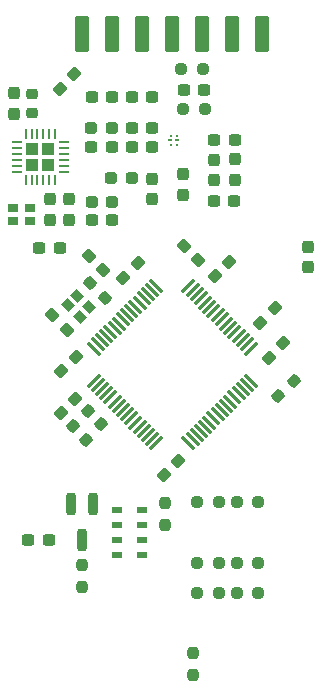
<source format=gbr>
%TF.GenerationSoftware,KiCad,Pcbnew,9.0.2*%
%TF.CreationDate,2025-05-21T13:46:10-05:00*%
%TF.ProjectId,Flight Computer v3,466c6967-6874-4204-936f-6d7075746572,rev?*%
%TF.SameCoordinates,Original*%
%TF.FileFunction,Paste,Bot*%
%TF.FilePolarity,Positive*%
%FSLAX46Y46*%
G04 Gerber Fmt 4.6, Leading zero omitted, Abs format (unit mm)*
G04 Created by KiCad (PCBNEW 9.0.2) date 2025-05-21 13:46:10*
%MOMM*%
%LPD*%
G01*
G04 APERTURE LIST*
G04 Aperture macros list*
%AMRoundRect*
0 Rectangle with rounded corners*
0 $1 Rounding radius*
0 $2 $3 $4 $5 $6 $7 $8 $9 X,Y pos of 4 corners*
0 Add a 4 corners polygon primitive as box body*
4,1,4,$2,$3,$4,$5,$6,$7,$8,$9,$2,$3,0*
0 Add four circle primitives for the rounded corners*
1,1,$1+$1,$2,$3*
1,1,$1+$1,$4,$5*
1,1,$1+$1,$6,$7*
1,1,$1+$1,$8,$9*
0 Add four rect primitives between the rounded corners*
20,1,$1+$1,$2,$3,$4,$5,0*
20,1,$1+$1,$4,$5,$6,$7,0*
20,1,$1+$1,$6,$7,$8,$9,0*
20,1,$1+$1,$8,$9,$2,$3,0*%
%AMRotRect*
0 Rectangle, with rotation*
0 The origin of the aperture is its center*
0 $1 length*
0 $2 width*
0 $3 Rotation angle, in degrees counterclockwise*
0 Add horizontal line*
21,1,$1,$2,0,0,$3*%
G04 Aperture macros list end*
%ADD10RoundRect,0.187500X-0.437500X-1.312500X0.437500X-1.312500X0.437500X1.312500X-0.437500X1.312500X0*%
%ADD11R,0.950000X0.550000*%
%ADD12RoundRect,0.237500X0.300000X0.237500X-0.300000X0.237500X-0.300000X-0.237500X0.300000X-0.237500X0*%
%ADD13RoundRect,0.237500X0.250000X0.237500X-0.250000X0.237500X-0.250000X-0.237500X0.250000X-0.237500X0*%
%ADD14RoundRect,0.237500X0.287500X0.237500X-0.287500X0.237500X-0.287500X-0.237500X0.287500X-0.237500X0*%
%ADD15RoundRect,0.237500X0.044194X0.380070X-0.380070X-0.044194X-0.044194X-0.380070X0.380070X0.044194X0*%
%ADD16RoundRect,0.075000X-0.548008X0.441942X0.441942X-0.548008X0.548008X-0.441942X-0.441942X0.548008X0*%
%ADD17RoundRect,0.075000X-0.548008X-0.441942X-0.441942X-0.548008X0.548008X0.441942X0.441942X0.548008X0*%
%ADD18RoundRect,0.237500X-0.250000X-0.237500X0.250000X-0.237500X0.250000X0.237500X-0.250000X0.237500X0*%
%ADD19RoundRect,0.237500X-0.300000X-0.237500X0.300000X-0.237500X0.300000X0.237500X-0.300000X0.237500X0*%
%ADD20RoundRect,0.237500X-0.044194X-0.380070X0.380070X0.044194X0.044194X0.380070X-0.380070X-0.044194X0*%
%ADD21RotRect,0.900000X0.800000X315.000000*%
%ADD22RoundRect,0.237500X0.380070X-0.044194X-0.044194X0.380070X-0.380070X0.044194X0.044194X-0.380070X0*%
%ADD23RoundRect,0.237500X-0.237500X0.287500X-0.237500X-0.287500X0.237500X-0.287500X0.237500X0.287500X0*%
%ADD24RoundRect,0.237500X0.237500X-0.300000X0.237500X0.300000X-0.237500X0.300000X-0.237500X-0.300000X0*%
%ADD25RoundRect,0.250000X0.295000X-0.295000X0.295000X0.295000X-0.295000X0.295000X-0.295000X-0.295000X0*%
%ADD26RoundRect,0.062500X0.062500X-0.350000X0.062500X0.350000X-0.062500X0.350000X-0.062500X-0.350000X0*%
%ADD27RoundRect,0.062500X0.350000X-0.062500X0.350000X0.062500X-0.350000X0.062500X-0.350000X-0.062500X0*%
%ADD28RoundRect,0.237500X0.237500X-0.250000X0.237500X0.250000X-0.237500X0.250000X-0.237500X-0.250000X0*%
%ADD29RoundRect,0.237500X-0.008839X-0.344715X0.344715X0.008839X0.008839X0.344715X-0.344715X-0.008839X0*%
%ADD30RoundRect,0.237500X-0.237500X0.300000X-0.237500X-0.300000X0.237500X-0.300000X0.237500X0.300000X0*%
%ADD31RoundRect,0.237500X0.344715X-0.008839X-0.008839X0.344715X-0.344715X0.008839X0.008839X-0.344715X0*%
%ADD32RoundRect,0.200000X-0.200000X0.750000X-0.200000X-0.750000X0.200000X-0.750000X0.200000X0.750000X0*%
%ADD33RoundRect,0.237500X0.008839X0.344715X-0.344715X-0.008839X-0.008839X-0.344715X0.344715X0.008839X0*%
%ADD34R,0.900000X0.800000*%
%ADD35R,0.254000X0.228600*%
%ADD36R,0.406400X0.254000*%
%ADD37RoundRect,0.237500X-0.237500X0.250000X-0.237500X-0.250000X0.237500X-0.250000X0.237500X0.250000X0*%
%ADD38RoundRect,0.237500X-0.287500X-0.237500X0.287500X-0.237500X0.287500X0.237500X-0.287500X0.237500X0*%
%ADD39RoundRect,0.218750X-0.256250X0.218750X-0.256250X-0.218750X0.256250X-0.218750X0.256250X0.218750X0*%
G04 APERTURE END LIST*
D10*
%TO.C,J602*%
X120290000Y-54500000D03*
X117750000Y-54500000D03*
X115210000Y-54500000D03*
X112670000Y-54500000D03*
X110130000Y-54500000D03*
X107590000Y-54500000D03*
X105050000Y-54500000D03*
%TD*%
D11*
%TO.C,U303*%
X107950000Y-98572500D03*
X107950000Y-97322500D03*
X107950000Y-96072500D03*
X107950000Y-94822500D03*
X110100000Y-94822500D03*
X110100000Y-96072500D03*
X110100000Y-97322500D03*
X110100000Y-98572500D03*
%TD*%
D12*
%TO.C,C705*%
X115350000Y-59275000D03*
X113625000Y-59275000D03*
%TD*%
%TO.C,C707*%
X103122500Y-72590000D03*
X101397500Y-72590000D03*
%TD*%
D13*
%TO.C,R403*%
X116595000Y-101790000D03*
X114770000Y-101790000D03*
%TD*%
D14*
%TO.C,L706*%
X107570000Y-62480000D03*
X105820000Y-62480000D03*
%TD*%
D15*
%TO.C,C506*%
X104479880Y-81820120D03*
X103260120Y-83039880D03*
%TD*%
D16*
%TO.C,U502*%
X106005519Y-81138819D03*
X106359072Y-80785266D03*
X106712625Y-80431713D03*
X107066179Y-80078159D03*
X107419732Y-79724606D03*
X107773286Y-79371052D03*
X108126839Y-79017499D03*
X108480392Y-78663946D03*
X108833946Y-78310392D03*
X109187499Y-77956839D03*
X109541052Y-77603286D03*
X109894606Y-77249732D03*
X110248159Y-76896179D03*
X110601713Y-76542625D03*
X110955266Y-76189072D03*
X111308819Y-75835519D03*
D17*
X114031181Y-75835519D03*
X114384734Y-76189072D03*
X114738287Y-76542625D03*
X115091841Y-76896179D03*
X115445394Y-77249732D03*
X115798948Y-77603286D03*
X116152501Y-77956839D03*
X116506054Y-78310392D03*
X116859608Y-78663946D03*
X117213161Y-79017499D03*
X117566714Y-79371052D03*
X117920268Y-79724606D03*
X118273821Y-80078159D03*
X118627375Y-80431713D03*
X118980928Y-80785266D03*
X119334481Y-81138819D03*
D16*
X119334481Y-83861181D03*
X118980928Y-84214734D03*
X118627375Y-84568287D03*
X118273821Y-84921841D03*
X117920268Y-85275394D03*
X117566714Y-85628948D03*
X117213161Y-85982501D03*
X116859608Y-86336054D03*
X116506054Y-86689608D03*
X116152501Y-87043161D03*
X115798948Y-87396714D03*
X115445394Y-87750268D03*
X115091841Y-88103821D03*
X114738287Y-88457375D03*
X114384734Y-88810928D03*
X114031181Y-89164481D03*
D17*
X111308819Y-89164481D03*
X110955266Y-88810928D03*
X110601713Y-88457375D03*
X110248159Y-88103821D03*
X109894606Y-87750268D03*
X109541052Y-87396714D03*
X109187499Y-87043161D03*
X108833946Y-86689608D03*
X108480392Y-86336054D03*
X108126839Y-85982501D03*
X107773286Y-85628948D03*
X107419732Y-85275394D03*
X107066179Y-84921841D03*
X106712625Y-84568287D03*
X106359072Y-84214734D03*
X106005519Y-83861181D03*
%TD*%
D18*
%TO.C,R405*%
X114777500Y-99260000D03*
X116602500Y-99260000D03*
%TD*%
D19*
%TO.C,C712*%
X109262500Y-64075000D03*
X110987500Y-64075000D03*
%TD*%
%TO.C,C718*%
X109232500Y-59855000D03*
X110957500Y-59855000D03*
%TD*%
D18*
%TO.C,R406*%
X118137500Y-99260000D03*
X119962500Y-99260000D03*
%TD*%
D20*
%TO.C,C701*%
X103150000Y-59150000D03*
X104369760Y-57930240D03*
%TD*%
D18*
%TO.C,R409*%
X118137500Y-94160000D03*
X119962500Y-94160000D03*
%TD*%
D15*
%TO.C,C504*%
X104419880Y-85400120D03*
X103200120Y-86619880D03*
%TD*%
D21*
%TO.C,Y501*%
X104607868Y-76662234D03*
X105597817Y-77652183D03*
X104820000Y-78430000D03*
X103830051Y-77440051D03*
%TD*%
D22*
%TO.C,C510*%
X103709880Y-79539880D03*
X102490120Y-78320120D03*
%TD*%
D19*
%TO.C,C711*%
X116182500Y-68605000D03*
X117907500Y-68605000D03*
%TD*%
D23*
%TO.C,L701*%
X103925000Y-68500000D03*
X103925000Y-70250000D03*
%TD*%
D24*
%TO.C,C702*%
X99250000Y-61262500D03*
X99250000Y-59537500D03*
%TD*%
D25*
%TO.C,U701*%
X100825000Y-65575000D03*
X102175000Y-65575000D03*
X100825000Y-64225000D03*
X102175000Y-64225000D03*
D26*
X102750000Y-66862500D03*
X102250000Y-66862500D03*
X101750000Y-66862500D03*
X101250000Y-66862500D03*
X100750000Y-66862500D03*
X100250000Y-66862500D03*
D27*
X99537500Y-66150000D03*
X99537500Y-65650000D03*
X99537500Y-65150000D03*
X99537500Y-64650000D03*
X99537500Y-64150000D03*
X99537500Y-63650000D03*
D26*
X100250000Y-62937500D03*
X100750000Y-62937500D03*
X101250000Y-62937500D03*
X101750000Y-62937500D03*
X102250000Y-62937500D03*
X102750000Y-62937500D03*
D27*
X103462500Y-63650000D03*
X103462500Y-64150000D03*
X103462500Y-64650000D03*
X103462500Y-65150000D03*
X103462500Y-65650000D03*
X103462500Y-66150000D03*
%TD*%
D19*
%TO.C,C709*%
X116232500Y-63480000D03*
X117957500Y-63480000D03*
%TD*%
D28*
%TO.C,R302*%
X112010000Y-96072500D03*
X112010000Y-94247500D03*
%TD*%
D29*
%TO.C,R502*%
X105354765Y-88845235D03*
X106645235Y-87554765D03*
%TD*%
D24*
%TO.C,C710*%
X116195000Y-66855000D03*
X116195000Y-65130000D03*
%TD*%
D29*
%TO.C,R501*%
X104224765Y-87725235D03*
X105515235Y-86434765D03*
%TD*%
D30*
%TO.C,C508*%
X124150000Y-72537499D03*
X124150000Y-74262501D03*
%TD*%
D18*
%TO.C,R408*%
X114767500Y-94160000D03*
X116592500Y-94160000D03*
%TD*%
D31*
%TO.C,R505*%
X106965235Y-76895235D03*
X105674765Y-75604765D03*
%TD*%
D24*
%TO.C,C714*%
X110975000Y-68500000D03*
X110975000Y-66775000D03*
%TD*%
D13*
%TO.C,R402*%
X119960000Y-101790000D03*
X118135000Y-101790000D03*
%TD*%
D18*
%TO.C,R503*%
X113397500Y-57430000D03*
X115222500Y-57430000D03*
%TD*%
D32*
%TO.C,D301*%
X104060000Y-94320000D03*
X105960000Y-94320000D03*
X105010000Y-97320000D03*
%TD*%
D33*
%TO.C,R702*%
X122935235Y-83844765D03*
X121644765Y-85135235D03*
%TD*%
D20*
%TO.C,C507*%
X108500000Y-75140000D03*
X109719760Y-73920240D03*
%TD*%
D34*
%TO.C,Y701*%
X100575000Y-70375000D03*
X99175000Y-70375000D03*
X99175000Y-69275000D03*
X100575000Y-69275000D03*
%TD*%
D19*
%TO.C,C716*%
X109257500Y-62480000D03*
X110982500Y-62480000D03*
%TD*%
D35*
%TO.C,U702*%
X113045126Y-63880000D03*
X112545000Y-63880000D03*
D36*
X112502564Y-63496501D03*
D35*
X112545000Y-63113002D03*
X113045126Y-63113002D03*
D36*
X113087562Y-63496501D03*
%TD*%
D20*
%TO.C,C502*%
X116270000Y-75020000D03*
X117489760Y-73800240D03*
%TD*%
%TO.C,C511*%
X120120000Y-78950000D03*
X121339760Y-77730240D03*
%TD*%
D22*
%TO.C,C503*%
X114870000Y-73630000D03*
X113650240Y-72410240D03*
%TD*%
D28*
%TO.C,R301*%
X105030000Y-101322500D03*
X105030000Y-99497500D03*
%TD*%
D19*
%TO.C,C708*%
X105875000Y-70225000D03*
X107600000Y-70225000D03*
%TD*%
D15*
%TO.C,C505*%
X113179880Y-90650120D03*
X111960120Y-91869880D03*
%TD*%
D20*
%TO.C,C501*%
X120810120Y-81909880D03*
X122029880Y-80690120D03*
%TD*%
D37*
%TO.C,R601*%
X114430000Y-106917500D03*
X114430000Y-108742500D03*
%TD*%
D12*
%TO.C,C305*%
X102185000Y-97320000D03*
X100460000Y-97320000D03*
%TD*%
D13*
%TO.C,R701*%
X115437500Y-60875000D03*
X113612500Y-60875000D03*
%TD*%
D30*
%TO.C,C706*%
X102325000Y-68500000D03*
X102325000Y-70225000D03*
%TD*%
D38*
%TO.C,L704*%
X107500000Y-66675000D03*
X109250000Y-66675000D03*
%TD*%
%TO.C,L703*%
X105850000Y-68725000D03*
X107600000Y-68725000D03*
%TD*%
D22*
%TO.C,C509*%
X106800000Y-74490000D03*
X105580240Y-73270240D03*
%TD*%
D24*
%TO.C,C704*%
X113575000Y-68105000D03*
X113575000Y-66380000D03*
%TD*%
D39*
%TO.C,FB701*%
X100800000Y-59612500D03*
X100800000Y-61187500D03*
%TD*%
D19*
%TO.C,C713*%
X105812500Y-64075000D03*
X107537500Y-64075000D03*
%TD*%
D23*
%TO.C,L702*%
X117945000Y-65105000D03*
X117945000Y-66855000D03*
%TD*%
D19*
%TO.C,C717*%
X105857500Y-59855000D03*
X107582500Y-59855000D03*
%TD*%
M02*

</source>
